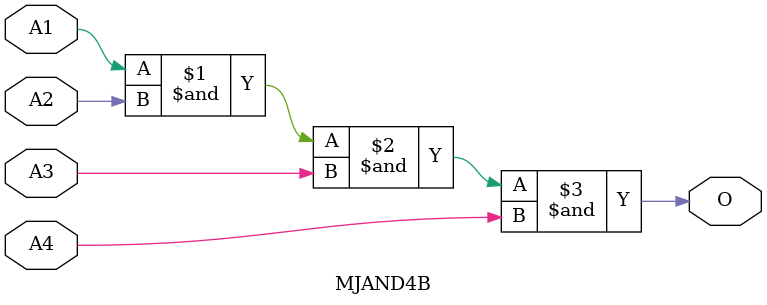
<source format=v>
module MJAND4B(A1, A2, A3, A4, O);
input   A1;
input   A2;
input   A3;
input   A4;
output  O;
and g0(O, A1, A2, A3, A4);
endmodule
</source>
